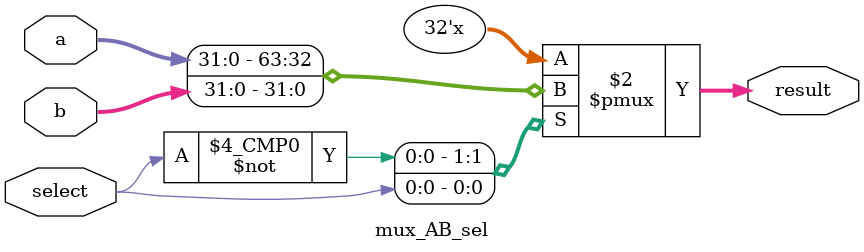
<source format=sv>
module mux_AB_sel (
input logic [31:0] a,b,
input logic select,
output logic [31:0] result 		
);
always_comb begin
case(select)
1'b0 : result = a;
1'b1 : result = b;
endcase
end
endmodule



</source>
